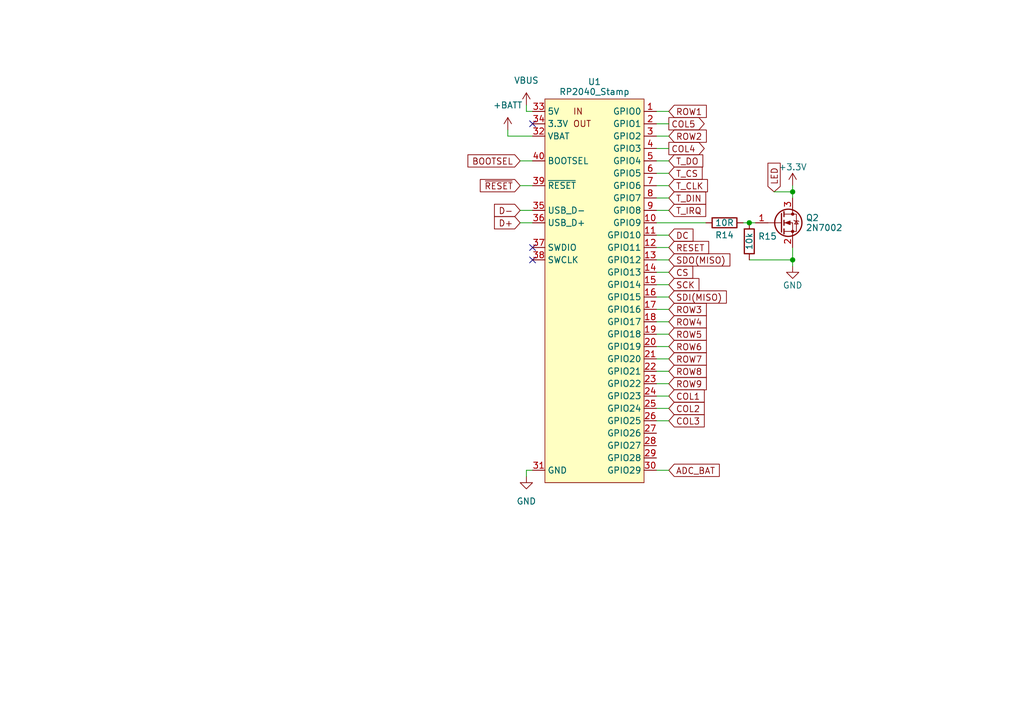
<source format=kicad_sch>
(kicad_sch (version 20230121) (generator eeschema)

  (uuid 24fbd605-d95a-4936-b42b-1523030567cf)

  (paper "A5")

  (title_block
    (title "Open Source Machinist Calculator")
    (rev "Draft")
  )

  (lib_symbols
    (symbol "Device:R" (pin_numbers hide) (pin_names (offset 0)) (in_bom yes) (on_board yes)
      (property "Reference" "R" (at 2.032 0 90)
        (effects (font (size 1.27 1.27)))
      )
      (property "Value" "R" (at 0 0 90)
        (effects (font (size 1.27 1.27)))
      )
      (property "Footprint" "" (at -1.778 0 90)
        (effects (font (size 1.27 1.27)) hide)
      )
      (property "Datasheet" "~" (at 0 0 0)
        (effects (font (size 1.27 1.27)) hide)
      )
      (property "ki_keywords" "R res resistor" (at 0 0 0)
        (effects (font (size 1.27 1.27)) hide)
      )
      (property "ki_description" "Resistor" (at 0 0 0)
        (effects (font (size 1.27 1.27)) hide)
      )
      (property "ki_fp_filters" "R_*" (at 0 0 0)
        (effects (font (size 1.27 1.27)) hide)
      )
      (symbol "R_0_1"
        (rectangle (start -1.016 -2.54) (end 1.016 2.54)
          (stroke (width 0.254) (type default))
          (fill (type none))
        )
      )
      (symbol "R_1_1"
        (pin passive line (at 0 3.81 270) (length 1.27)
          (name "~" (effects (font (size 1.27 1.27))))
          (number "1" (effects (font (size 1.27 1.27))))
        )
        (pin passive line (at 0 -3.81 90) (length 1.27)
          (name "~" (effects (font (size 1.27 1.27))))
          (number "2" (effects (font (size 1.27 1.27))))
        )
      )
    )
    (symbol "RP2040_Stamp:RP2040_Stamp" (in_bom yes) (on_board yes)
      (property "Reference" "U" (at 10.16 43.18 0)
        (effects (font (size 1.27 1.27)))
      )
      (property "Value" "RP2040_Stamp" (at 0 -38.1 0)
        (effects (font (size 1.27 1.27)))
      )
      (property "Footprint" "RP2040_Stamp:RP2040_Stamp_SMD" (at 0 -40.64 0)
        (effects (font (size 1.27 1.27)) hide)
      )
      (property "Datasheet" "" (at -33.02 41.91 0)
        (effects (font (size 1.27 1.27)) hide)
      )
      (symbol "RP2040_Stamp_0_0"
        (text "IN" (at -4.445 39.37 0)
          (effects (font (size 1.27 1.27)) (justify left))
        )
        (text "OUT" (at -4.445 36.83 0)
          (effects (font (size 1.27 1.27)) (justify left))
        )
        (pin bidirectional line (at 12.7 39.37 180) (length 2.54)
          (name "GPIO0" (effects (font (size 1.27 1.27))))
          (number "1" (effects (font (size 1.27 1.27))))
        )
        (pin bidirectional line (at 12.7 16.51 180) (length 2.54)
          (name "GPIO9" (effects (font (size 1.27 1.27))))
          (number "10" (effects (font (size 1.27 1.27))))
        )
        (pin bidirectional line (at 12.7 13.97 180) (length 2.54)
          (name "GPIO10" (effects (font (size 1.27 1.27))))
          (number "11" (effects (font (size 1.27 1.27))))
        )
        (pin bidirectional line (at 12.7 11.43 180) (length 2.54)
          (name "GPIO11" (effects (font (size 1.27 1.27))))
          (number "12" (effects (font (size 1.27 1.27))))
        )
        (pin bidirectional line (at 12.7 8.89 180) (length 2.54)
          (name "GPIO12" (effects (font (size 1.27 1.27))))
          (number "13" (effects (font (size 1.27 1.27))))
        )
        (pin bidirectional line (at 12.7 6.35 180) (length 2.54)
          (name "GPIO13" (effects (font (size 1.27 1.27))))
          (number "14" (effects (font (size 1.27 1.27))))
        )
        (pin bidirectional line (at 12.7 3.81 180) (length 2.54)
          (name "GPIO14" (effects (font (size 1.27 1.27))))
          (number "15" (effects (font (size 1.27 1.27))))
        )
        (pin bidirectional line (at 12.7 1.27 180) (length 2.54)
          (name "GPIO15" (effects (font (size 1.27 1.27))))
          (number "16" (effects (font (size 1.27 1.27))))
        )
        (pin bidirectional line (at 12.7 -1.27 180) (length 2.54)
          (name "GPIO16" (effects (font (size 1.27 1.27))))
          (number "17" (effects (font (size 1.27 1.27))))
        )
        (pin bidirectional line (at 12.7 -3.81 180) (length 2.54)
          (name "GPIO17" (effects (font (size 1.27 1.27))))
          (number "18" (effects (font (size 1.27 1.27))))
        )
        (pin bidirectional line (at 12.7 -6.35 180) (length 2.54)
          (name "GPIO18" (effects (font (size 1.27 1.27))))
          (number "19" (effects (font (size 1.27 1.27))))
        )
        (pin bidirectional line (at 12.7 36.83 180) (length 2.54)
          (name "GPIO1" (effects (font (size 1.27 1.27))))
          (number "2" (effects (font (size 1.27 1.27))))
        )
        (pin bidirectional line (at 12.7 -8.89 180) (length 2.54)
          (name "GPIO19" (effects (font (size 1.27 1.27))))
          (number "20" (effects (font (size 1.27 1.27))))
        )
        (pin bidirectional line (at 12.7 -11.43 180) (length 2.54)
          (name "GPIO20" (effects (font (size 1.27 1.27))))
          (number "21" (effects (font (size 1.27 1.27))))
        )
        (pin bidirectional line (at 12.7 -13.97 180) (length 2.54)
          (name "GPIO21" (effects (font (size 1.27 1.27))))
          (number "22" (effects (font (size 1.27 1.27))))
          (alternate "NEOPIXEL" output line)
        )
        (pin bidirectional line (at 12.7 -16.51 180) (length 2.54)
          (name "GPIO22" (effects (font (size 1.27 1.27))))
          (number "23" (effects (font (size 1.27 1.27))))
        )
        (pin bidirectional line (at 12.7 -19.05 180) (length 2.54)
          (name "GPIO23" (effects (font (size 1.27 1.27))))
          (number "24" (effects (font (size 1.27 1.27))))
        )
        (pin bidirectional line (at 12.7 -21.59 180) (length 2.54)
          (name "GPIO24" (effects (font (size 1.27 1.27))))
          (number "25" (effects (font (size 1.27 1.27))))
        )
        (pin bidirectional line (at 12.7 -24.13 180) (length 2.54)
          (name "GPIO25" (effects (font (size 1.27 1.27))))
          (number "26" (effects (font (size 1.27 1.27))))
        )
        (pin bidirectional line (at 12.7 -26.67 180) (length 2.54)
          (name "GPIO26" (effects (font (size 1.27 1.27))))
          (number "27" (effects (font (size 1.27 1.27))))
          (alternate "A0" input line)
        )
        (pin bidirectional line (at 12.7 -29.21 180) (length 2.54)
          (name "GPIO27" (effects (font (size 1.27 1.27))))
          (number "28" (effects (font (size 1.27 1.27))))
          (alternate "A1" input line)
        )
        (pin bidirectional line (at 12.7 -31.75 180) (length 2.54)
          (name "GPIO28" (effects (font (size 1.27 1.27))))
          (number "29" (effects (font (size 1.27 1.27))))
          (alternate "A2" input line)
        )
        (pin bidirectional line (at 12.7 34.29 180) (length 2.54)
          (name "GPIO2" (effects (font (size 1.27 1.27))))
          (number "3" (effects (font (size 1.27 1.27))))
        )
        (pin bidirectional line (at 12.7 -34.29 180) (length 2.54)
          (name "GPIO29" (effects (font (size 1.27 1.27))))
          (number "30" (effects (font (size 1.27 1.27))))
          (alternate "A3" input line)
        )
        (pin power_in line (at -12.7 -34.29 0) (length 2.54)
          (name "GND" (effects (font (size 1.27 1.27))))
          (number "31" (effects (font (size 1.27 1.27))))
        )
        (pin power_in line (at -12.7 34.29 0) (length 2.54)
          (name "VBAT" (effects (font (size 1.27 1.27))))
          (number "32" (effects (font (size 1.27 1.27))))
        )
        (pin power_in line (at -12.7 39.37 0) (length 2.54)
          (name "5V" (effects (font (size 1.27 1.27))))
          (number "33" (effects (font (size 1.27 1.27))))
        )
        (pin power_out line (at -12.7 36.83 0) (length 2.54)
          (name "3.3V" (effects (font (size 1.27 1.27))))
          (number "34" (effects (font (size 1.27 1.27))))
        )
        (pin bidirectional line (at -12.7 19.05 0) (length 2.54)
          (name "USB_D-" (effects (font (size 1.27 1.27))))
          (number "35" (effects (font (size 1.27 1.27))))
        )
        (pin bidirectional line (at -12.7 16.51 0) (length 2.54)
          (name "USB_D+" (effects (font (size 1.27 1.27))))
          (number "36" (effects (font (size 1.27 1.27))))
        )
        (pin bidirectional line (at -12.7 11.43 0) (length 2.54)
          (name "SWDIO" (effects (font (size 1.27 1.27))))
          (number "37" (effects (font (size 1.27 1.27))))
        )
        (pin input line (at -12.7 8.89 0) (length 2.54)
          (name "SWCLK" (effects (font (size 1.27 1.27))))
          (number "38" (effects (font (size 1.27 1.27))))
        )
        (pin bidirectional line (at -12.7 24.13 0) (length 2.54)
          (name "~{RESET}" (effects (font (size 1.27 1.27))))
          (number "39" (effects (font (size 1.27 1.27))))
        )
        (pin bidirectional line (at 12.7 31.75 180) (length 2.54)
          (name "GPIO3" (effects (font (size 1.27 1.27))))
          (number "4" (effects (font (size 1.27 1.27))))
        )
        (pin input line (at -12.7 29.21 0) (length 2.54)
          (name "BOOTSEL" (effects (font (size 1.27 1.27))))
          (number "40" (effects (font (size 1.27 1.27))))
        )
        (pin bidirectional line (at 12.7 29.21 180) (length 2.54)
          (name "GPIO4" (effects (font (size 1.27 1.27))))
          (number "5" (effects (font (size 1.27 1.27))))
        )
        (pin bidirectional line (at 12.7 26.67 180) (length 2.54)
          (name "GPIO5" (effects (font (size 1.27 1.27))))
          (number "6" (effects (font (size 1.27 1.27))))
        )
        (pin bidirectional line (at 12.7 24.13 180) (length 2.54)
          (name "GPIO6" (effects (font (size 1.27 1.27))))
          (number "7" (effects (font (size 1.27 1.27))))
        )
        (pin bidirectional line (at 12.7 21.59 180) (length 2.54)
          (name "GPIO7" (effects (font (size 1.27 1.27))))
          (number "8" (effects (font (size 1.27 1.27))))
        )
        (pin bidirectional line (at 12.7 19.05 180) (length 2.54)
          (name "GPIO8" (effects (font (size 1.27 1.27))))
          (number "9" (effects (font (size 1.27 1.27))))
        )
      )
      (symbol "RP2040_Stamp_0_1"
        (rectangle (start -10.16 41.91) (end 10.16 -36.83)
          (stroke (width 0.1524) (type default))
          (fill (type background))
        )
      )
    )
    (symbol "Transistor_FET:2N7002" (pin_names hide) (in_bom yes) (on_board yes)
      (property "Reference" "Q" (at 5.08 1.905 0)
        (effects (font (size 1.27 1.27)) (justify left))
      )
      (property "Value" "2N7002" (at 5.08 0 0)
        (effects (font (size 1.27 1.27)) (justify left))
      )
      (property "Footprint" "Package_TO_SOT_SMD:SOT-23" (at 5.08 -1.905 0)
        (effects (font (size 1.27 1.27) italic) (justify left) hide)
      )
      (property "Datasheet" "https://www.onsemi.com/pub/Collateral/NDS7002A-D.PDF" (at 0 0 0)
        (effects (font (size 1.27 1.27)) (justify left) hide)
      )
      (property "ki_keywords" "N-Channel Switching MOSFET" (at 0 0 0)
        (effects (font (size 1.27 1.27)) hide)
      )
      (property "ki_description" "0.115A Id, 60V Vds, N-Channel MOSFET, SOT-23" (at 0 0 0)
        (effects (font (size 1.27 1.27)) hide)
      )
      (property "ki_fp_filters" "SOT?23*" (at 0 0 0)
        (effects (font (size 1.27 1.27)) hide)
      )
      (symbol "2N7002_0_1"
        (polyline
          (pts
            (xy 0.254 0)
            (xy -2.54 0)
          )
          (stroke (width 0) (type default))
          (fill (type none))
        )
        (polyline
          (pts
            (xy 0.254 1.905)
            (xy 0.254 -1.905)
          )
          (stroke (width 0.254) (type default))
          (fill (type none))
        )
        (polyline
          (pts
            (xy 0.762 -1.27)
            (xy 0.762 -2.286)
          )
          (stroke (width 0.254) (type default))
          (fill (type none))
        )
        (polyline
          (pts
            (xy 0.762 0.508)
            (xy 0.762 -0.508)
          )
          (stroke (width 0.254) (type default))
          (fill (type none))
        )
        (polyline
          (pts
            (xy 0.762 2.286)
            (xy 0.762 1.27)
          )
          (stroke (width 0.254) (type default))
          (fill (type none))
        )
        (polyline
          (pts
            (xy 2.54 2.54)
            (xy 2.54 1.778)
          )
          (stroke (width 0) (type default))
          (fill (type none))
        )
        (polyline
          (pts
            (xy 2.54 -2.54)
            (xy 2.54 0)
            (xy 0.762 0)
          )
          (stroke (width 0) (type default))
          (fill (type none))
        )
        (polyline
          (pts
            (xy 0.762 -1.778)
            (xy 3.302 -1.778)
            (xy 3.302 1.778)
            (xy 0.762 1.778)
          )
          (stroke (width 0) (type default))
          (fill (type none))
        )
        (polyline
          (pts
            (xy 1.016 0)
            (xy 2.032 0.381)
            (xy 2.032 -0.381)
            (xy 1.016 0)
          )
          (stroke (width 0) (type default))
          (fill (type outline))
        )
        (polyline
          (pts
            (xy 2.794 0.508)
            (xy 2.921 0.381)
            (xy 3.683 0.381)
            (xy 3.81 0.254)
          )
          (stroke (width 0) (type default))
          (fill (type none))
        )
        (polyline
          (pts
            (xy 3.302 0.381)
            (xy 2.921 -0.254)
            (xy 3.683 -0.254)
            (xy 3.302 0.381)
          )
          (stroke (width 0) (type default))
          (fill (type none))
        )
        (circle (center 1.651 0) (radius 2.794)
          (stroke (width 0.254) (type default))
          (fill (type none))
        )
        (circle (center 2.54 -1.778) (radius 0.254)
          (stroke (width 0) (type default))
          (fill (type outline))
        )
        (circle (center 2.54 1.778) (radius 0.254)
          (stroke (width 0) (type default))
          (fill (type outline))
        )
      )
      (symbol "2N7002_1_1"
        (pin input line (at -5.08 0 0) (length 2.54)
          (name "G" (effects (font (size 1.27 1.27))))
          (number "1" (effects (font (size 1.27 1.27))))
        )
        (pin passive line (at 2.54 -5.08 90) (length 2.54)
          (name "S" (effects (font (size 1.27 1.27))))
          (number "2" (effects (font (size 1.27 1.27))))
        )
        (pin passive line (at 2.54 5.08 270) (length 2.54)
          (name "D" (effects (font (size 1.27 1.27))))
          (number "3" (effects (font (size 1.27 1.27))))
        )
      )
    )
    (symbol "power:+3.3V" (power) (pin_names (offset 0)) (in_bom yes) (on_board yes)
      (property "Reference" "#PWR" (at 0 -3.81 0)
        (effects (font (size 1.27 1.27)) hide)
      )
      (property "Value" "+3.3V" (at 0 3.556 0)
        (effects (font (size 1.27 1.27)))
      )
      (property "Footprint" "" (at 0 0 0)
        (effects (font (size 1.27 1.27)) hide)
      )
      (property "Datasheet" "" (at 0 0 0)
        (effects (font (size 1.27 1.27)) hide)
      )
      (property "ki_keywords" "global power" (at 0 0 0)
        (effects (font (size 1.27 1.27)) hide)
      )
      (property "ki_description" "Power symbol creates a global label with name \"+3.3V\"" (at 0 0 0)
        (effects (font (size 1.27 1.27)) hide)
      )
      (symbol "+3.3V_0_1"
        (polyline
          (pts
            (xy -0.762 1.27)
            (xy 0 2.54)
          )
          (stroke (width 0) (type default))
          (fill (type none))
        )
        (polyline
          (pts
            (xy 0 0)
            (xy 0 2.54)
          )
          (stroke (width 0) (type default))
          (fill (type none))
        )
        (polyline
          (pts
            (xy 0 2.54)
            (xy 0.762 1.27)
          )
          (stroke (width 0) (type default))
          (fill (type none))
        )
      )
      (symbol "+3.3V_1_1"
        (pin power_in line (at 0 0 90) (length 0) hide
          (name "+3.3V" (effects (font (size 1.27 1.27))))
          (number "1" (effects (font (size 1.27 1.27))))
        )
      )
    )
    (symbol "power:+BATT" (power) (pin_names (offset 0)) (in_bom yes) (on_board yes)
      (property "Reference" "#PWR" (at 0 -3.81 0)
        (effects (font (size 1.27 1.27)) hide)
      )
      (property "Value" "+BATT" (at 0 3.556 0)
        (effects (font (size 1.27 1.27)))
      )
      (property "Footprint" "" (at 0 0 0)
        (effects (font (size 1.27 1.27)) hide)
      )
      (property "Datasheet" "" (at 0 0 0)
        (effects (font (size 1.27 1.27)) hide)
      )
      (property "ki_keywords" "global power battery" (at 0 0 0)
        (effects (font (size 1.27 1.27)) hide)
      )
      (property "ki_description" "Power symbol creates a global label with name \"+BATT\"" (at 0 0 0)
        (effects (font (size 1.27 1.27)) hide)
      )
      (symbol "+BATT_0_1"
        (polyline
          (pts
            (xy -0.762 1.27)
            (xy 0 2.54)
          )
          (stroke (width 0) (type default))
          (fill (type none))
        )
        (polyline
          (pts
            (xy 0 0)
            (xy 0 2.54)
          )
          (stroke (width 0) (type default))
          (fill (type none))
        )
        (polyline
          (pts
            (xy 0 2.54)
            (xy 0.762 1.27)
          )
          (stroke (width 0) (type default))
          (fill (type none))
        )
      )
      (symbol "+BATT_1_1"
        (pin power_in line (at 0 0 90) (length 0) hide
          (name "+BATT" (effects (font (size 1.27 1.27))))
          (number "1" (effects (font (size 1.27 1.27))))
        )
      )
    )
    (symbol "power:GND" (power) (pin_names (offset 0)) (in_bom yes) (on_board yes)
      (property "Reference" "#PWR" (at 0 -6.35 0)
        (effects (font (size 1.27 1.27)) hide)
      )
      (property "Value" "GND" (at 0 -3.81 0)
        (effects (font (size 1.27 1.27)))
      )
      (property "Footprint" "" (at 0 0 0)
        (effects (font (size 1.27 1.27)) hide)
      )
      (property "Datasheet" "" (at 0 0 0)
        (effects (font (size 1.27 1.27)) hide)
      )
      (property "ki_keywords" "global power" (at 0 0 0)
        (effects (font (size 1.27 1.27)) hide)
      )
      (property "ki_description" "Power symbol creates a global label with name \"GND\" , ground" (at 0 0 0)
        (effects (font (size 1.27 1.27)) hide)
      )
      (symbol "GND_0_1"
        (polyline
          (pts
            (xy 0 0)
            (xy 0 -1.27)
            (xy 1.27 -1.27)
            (xy 0 -2.54)
            (xy -1.27 -1.27)
            (xy 0 -1.27)
          )
          (stroke (width 0) (type default))
          (fill (type none))
        )
      )
      (symbol "GND_1_1"
        (pin power_in line (at 0 0 270) (length 0) hide
          (name "GND" (effects (font (size 1.27 1.27))))
          (number "1" (effects (font (size 1.27 1.27))))
        )
      )
    )
    (symbol "power:VBUS" (power) (pin_names (offset 0)) (in_bom yes) (on_board yes)
      (property "Reference" "#PWR" (at 0 -3.81 0)
        (effects (font (size 1.27 1.27)) hide)
      )
      (property "Value" "VBUS" (at 0 3.81 0)
        (effects (font (size 1.27 1.27)))
      )
      (property "Footprint" "" (at 0 0 0)
        (effects (font (size 1.27 1.27)) hide)
      )
      (property "Datasheet" "" (at 0 0 0)
        (effects (font (size 1.27 1.27)) hide)
      )
      (property "ki_keywords" "global power" (at 0 0 0)
        (effects (font (size 1.27 1.27)) hide)
      )
      (property "ki_description" "Power symbol creates a global label with name \"VBUS\"" (at 0 0 0)
        (effects (font (size 1.27 1.27)) hide)
      )
      (symbol "VBUS_0_1"
        (polyline
          (pts
            (xy -0.762 1.27)
            (xy 0 2.54)
          )
          (stroke (width 0) (type default))
          (fill (type none))
        )
        (polyline
          (pts
            (xy 0 0)
            (xy 0 2.54)
          )
          (stroke (width 0) (type default))
          (fill (type none))
        )
        (polyline
          (pts
            (xy 0 2.54)
            (xy 0.762 1.27)
          )
          (stroke (width 0) (type default))
          (fill (type none))
        )
      )
      (symbol "VBUS_1_1"
        (pin power_in line (at 0 0 90) (length 0) hide
          (name "VBUS" (effects (font (size 1.27 1.27))))
          (number "1" (effects (font (size 1.27 1.27))))
        )
      )
    )
  )

  (junction (at 162.56 39.37) (diameter 0) (color 0 0 0 0)
    (uuid 3ab613e9-6a6e-45d4-8c14-9f9a3972ffba)
  )
  (junction (at 153.67 45.72) (diameter 0) (color 0 0 0 0)
    (uuid 61d232ba-8f4e-4d3f-962a-27eaf0514366)
  )
  (junction (at 162.56 53.34) (diameter 0) (color 0 0 0 0)
    (uuid 8506cc7a-6b59-44e1-b6c6-b6e1a9e1c7f0)
  )

  (no_connect (at 109.22 25.4) (uuid 3a444850-fcd6-4866-8f0a-9b3f980a31b0))
  (no_connect (at 109.22 53.34) (uuid 4519c7b4-7306-4a95-a58b-3b2a8ad276b5))
  (no_connect (at 109.22 50.8) (uuid c82190b8-904c-4823-a783-29fe4ac40e8b))

  (wire (pts (xy 134.62 76.2) (xy 137.16 76.2))
    (stroke (width 0) (type default))
    (uuid 018fea17-837a-4de6-b5a2-d4186bfdac1a)
  )
  (wire (pts (xy 106.68 33.02) (xy 109.22 33.02))
    (stroke (width 0) (type default))
    (uuid 050261bf-45ec-4bfa-a7ef-e43d28224326)
  )
  (wire (pts (xy 109.22 27.94) (xy 104.14 27.94))
    (stroke (width 0) (type default))
    (uuid 06fa97de-77aa-40f1-be79-84a91d535b5e)
  )
  (wire (pts (xy 134.62 96.52) (xy 137.16 96.52))
    (stroke (width 0) (type default))
    (uuid 0e8a2aac-7dd8-477d-b2f7-74028e52ea43)
  )
  (wire (pts (xy 134.62 48.26) (xy 137.16 48.26))
    (stroke (width 0) (type default))
    (uuid 1829ba98-2c7c-45ca-885a-48bce1048f72)
  )
  (wire (pts (xy 134.62 30.48) (xy 137.16 30.48))
    (stroke (width 0) (type default))
    (uuid 33b7c11f-1cfb-4406-b4af-47e84490800e)
  )
  (wire (pts (xy 162.56 39.37) (xy 158.75 39.37))
    (stroke (width 0) (type default))
    (uuid 34bf0223-bafe-4876-b048-c4cfd49d22a4)
  )
  (wire (pts (xy 109.22 96.52) (xy 107.95 96.52))
    (stroke (width 0) (type default))
    (uuid 3a36ac12-bb4d-4051-a5db-b6f1402feaf6)
  )
  (wire (pts (xy 134.62 68.58) (xy 137.16 68.58))
    (stroke (width 0) (type default))
    (uuid 4570454b-b054-415a-8812-9b02f1be21ba)
  )
  (wire (pts (xy 134.62 50.8) (xy 137.16 50.8))
    (stroke (width 0) (type default))
    (uuid 460db6f4-810c-4122-977c-832db8f07307)
  )
  (wire (pts (xy 134.62 38.1) (xy 137.16 38.1))
    (stroke (width 0) (type default))
    (uuid 4649dbf3-d6a3-4ae6-aac6-99025b89c070)
  )
  (wire (pts (xy 134.62 27.94) (xy 137.16 27.94))
    (stroke (width 0) (type default))
    (uuid 501dfa00-b326-4718-833c-1858c1c8cbba)
  )
  (wire (pts (xy 134.62 66.04) (xy 137.16 66.04))
    (stroke (width 0) (type default))
    (uuid 581350e4-edc3-4ac3-b55f-b2f263874309)
  )
  (wire (pts (xy 134.62 35.56) (xy 137.16 35.56))
    (stroke (width 0) (type default))
    (uuid 5b004c4e-2fd3-4532-8dec-b66cb4a16c72)
  )
  (wire (pts (xy 106.68 45.72) (xy 109.22 45.72))
    (stroke (width 0) (type default))
    (uuid 5f3f0bbc-08a4-41b0-8c4c-9c1da0db1659)
  )
  (wire (pts (xy 162.56 40.64) (xy 162.56 39.37))
    (stroke (width 0) (type default))
    (uuid 64479c95-ee38-4a31-815e-a38564486ac8)
  )
  (wire (pts (xy 162.56 53.34) (xy 153.67 53.34))
    (stroke (width 0) (type default))
    (uuid 675932d0-0973-4ff1-8901-808606d6af8c)
  )
  (wire (pts (xy 162.56 39.37) (xy 162.56 38.1))
    (stroke (width 0) (type default))
    (uuid 6eacedbe-1bd2-422b-a0c1-3a3ec2ae3f2c)
  )
  (wire (pts (xy 107.95 21.59) (xy 107.95 22.86))
    (stroke (width 0) (type default))
    (uuid 78e90993-4271-432f-bba2-8c4486bd30b3)
  )
  (wire (pts (xy 134.62 60.96) (xy 137.16 60.96))
    (stroke (width 0) (type default))
    (uuid 89c0e76d-4a35-4ece-ae37-0d249e70dc0e)
  )
  (wire (pts (xy 154.94 45.72) (xy 153.67 45.72))
    (stroke (width 0) (type default))
    (uuid 8c9d4e7c-7c90-4ae9-bad6-a7541e21e570)
  )
  (wire (pts (xy 104.14 27.94) (xy 104.14 26.67))
    (stroke (width 0) (type default))
    (uuid 8dfeed9f-b0ce-4b4d-92b2-ddffe085d573)
  )
  (wire (pts (xy 134.62 22.86) (xy 137.16 22.86))
    (stroke (width 0) (type default))
    (uuid 925025a5-60b4-4521-8856-0b5e1cb3c89f)
  )
  (wire (pts (xy 134.62 71.12) (xy 137.16 71.12))
    (stroke (width 0) (type default))
    (uuid 97877d44-0a0c-40f5-b10f-28f81615b079)
  )
  (wire (pts (xy 134.62 45.72) (xy 144.78 45.72))
    (stroke (width 0) (type default))
    (uuid 99e1888c-ba46-48dd-ac43-d53ea77e32eb)
  )
  (wire (pts (xy 134.62 83.82) (xy 137.16 83.82))
    (stroke (width 0) (type default))
    (uuid a955d1ff-20f4-4222-a2c0-fea7f61e7bc4)
  )
  (wire (pts (xy 134.62 86.36) (xy 137.16 86.36))
    (stroke (width 0) (type default))
    (uuid b452c751-d3ea-44b7-bce3-74fa3ce50cf0)
  )
  (wire (pts (xy 153.67 45.72) (xy 152.4 45.72))
    (stroke (width 0) (type default))
    (uuid b87dfa47-ac33-485d-acda-a5bc4b103db0)
  )
  (wire (pts (xy 134.62 58.42) (xy 137.16 58.42))
    (stroke (width 0) (type default))
    (uuid bbd61123-987e-430f-a633-aeab4047f61d)
  )
  (wire (pts (xy 134.62 55.88) (xy 137.16 55.88))
    (stroke (width 0) (type default))
    (uuid be439d2e-cfcd-4d28-a0a3-7ff1c0e1e1a4)
  )
  (wire (pts (xy 162.56 53.34) (xy 162.56 54.61))
    (stroke (width 0) (type default))
    (uuid c1134d9f-857d-470a-b03d-ee004e44c5d9)
  )
  (wire (pts (xy 106.68 38.1) (xy 109.22 38.1))
    (stroke (width 0) (type default))
    (uuid c24653db-3e37-4b36-a6ab-71d5daeb3b02)
  )
  (wire (pts (xy 134.62 53.34) (xy 137.16 53.34))
    (stroke (width 0) (type default))
    (uuid c5ada53e-0b3b-4b1c-8ec1-ae6ebb2d1732)
  )
  (wire (pts (xy 107.95 96.52) (xy 107.95 97.79))
    (stroke (width 0) (type default))
    (uuid c60cebe9-0471-4722-8d60-a74173218ee0)
  )
  (wire (pts (xy 134.62 63.5) (xy 137.16 63.5))
    (stroke (width 0) (type default))
    (uuid c7b34e19-314f-40e6-abbb-785c52770895)
  )
  (wire (pts (xy 134.62 73.66) (xy 137.16 73.66))
    (stroke (width 0) (type default))
    (uuid cc1cb173-c5b6-4ce8-bfaf-02b353a08dbf)
  )
  (wire (pts (xy 134.62 33.02) (xy 137.16 33.02))
    (stroke (width 0) (type default))
    (uuid d2141d89-a6a6-4483-a566-dfdf0ef1ada4)
  )
  (wire (pts (xy 134.62 43.18) (xy 137.16 43.18))
    (stroke (width 0) (type default))
    (uuid d6291ab5-ead9-4139-82cf-398e02eeb625)
  )
  (wire (pts (xy 134.62 40.64) (xy 137.16 40.64))
    (stroke (width 0) (type default))
    (uuid df726609-9ea6-45b4-bf3c-08e87a07d4fd)
  )
  (wire (pts (xy 106.68 43.18) (xy 109.22 43.18))
    (stroke (width 0) (type default))
    (uuid e05dc3d0-2b2d-4235-bbfd-f961a8586d13)
  )
  (wire (pts (xy 134.62 25.4) (xy 137.16 25.4))
    (stroke (width 0) (type default))
    (uuid ebff3565-c8b8-4af9-a90c-36503f6fcdd2)
  )
  (wire (pts (xy 134.62 78.74) (xy 137.16 78.74))
    (stroke (width 0) (type default))
    (uuid f4f3799d-2d79-4c70-aa06-7414cdb4b1b7)
  )
  (wire (pts (xy 107.95 22.86) (xy 109.22 22.86))
    (stroke (width 0) (type default))
    (uuid f50b3c4f-8d19-4efa-a3da-d190941f9267)
  )
  (wire (pts (xy 162.56 50.8) (xy 162.56 53.34))
    (stroke (width 0) (type default))
    (uuid f8b24940-4c08-4a41-b2fb-a0f9962f3a15)
  )
  (wire (pts (xy 134.62 81.28) (xy 137.16 81.28))
    (stroke (width 0) (type default))
    (uuid faeb7190-37e7-4bc8-90cf-a2c98089e5fe)
  )

  (global_label "T_DIN" (shape input) (at 137.16 40.64 0) (fields_autoplaced)
    (effects (font (size 1.27 1.27)) (justify left))
    (uuid 0aa77d86-b55d-4503-b82a-442b22ff647a)
    (property "Intersheetrefs" "${INTERSHEET_REFS}" (at 145.2063 40.64 0)
      (effects (font (size 1.27 1.27)) (justify left) hide)
    )
  )
  (global_label "BOOTSEL" (shape input) (at 106.68 33.02 180) (fields_autoplaced)
    (effects (font (size 1.27 1.27)) (justify right))
    (uuid 1567e82d-c46c-4a45-8710-8819fcdd75de)
    (property "Intersheetrefs" "${INTERSHEET_REFS}" (at 95.489 33.02 0)
      (effects (font (size 1.27 1.27)) (justify right) hide)
    )
  )
  (global_label "CS" (shape input) (at 137.16 55.88 0) (fields_autoplaced)
    (effects (font (size 1.27 1.27)) (justify left))
    (uuid 16d29a2b-be02-4ca4-be9d-e9fac42b6b31)
    (property "Intersheetrefs" "${INTERSHEET_REFS}" (at 142.5453 55.88 0)
      (effects (font (size 1.27 1.27)) (justify left) hide)
    )
  )
  (global_label "ROW9" (shape input) (at 137.16 78.74 0) (fields_autoplaced)
    (effects (font (size 1.27 1.27)) (justify left))
    (uuid 19a457fc-4af6-408b-8450-94f6a5fd9329)
    (property "Intersheetrefs" "${INTERSHEET_REFS}" (at 145.3272 78.74 0)
      (effects (font (size 1.27 1.27)) (justify left) hide)
    )
  )
  (global_label "RESET" (shape input) (at 137.16 50.8 0) (fields_autoplaced)
    (effects (font (size 1.27 1.27)) (justify left))
    (uuid 1bfc319d-54f7-4c10-985c-e2ab2a03aec0)
    (property "Intersheetrefs" "${INTERSHEET_REFS}" (at 145.8109 50.8 0)
      (effects (font (size 1.27 1.27)) (justify left) hide)
    )
  )
  (global_label "COL3" (shape input) (at 137.16 86.36 0) (fields_autoplaced)
    (effects (font (size 1.27 1.27)) (justify left))
    (uuid 2bbbf468-2a9b-4cab-86a0-50bf12360c5f)
    (property "Intersheetrefs" "${INTERSHEET_REFS}" (at 144.9039 86.36 0)
      (effects (font (size 1.27 1.27)) (justify left) hide)
    )
  )
  (global_label "ROW4" (shape input) (at 137.16 66.04 0) (fields_autoplaced)
    (effects (font (size 1.27 1.27)) (justify left))
    (uuid 39ff4cfe-5aa6-4755-8f58-c828255a73ef)
    (property "Intersheetrefs" "${INTERSHEET_REFS}" (at 145.3272 66.04 0)
      (effects (font (size 1.27 1.27)) (justify left) hide)
    )
  )
  (global_label "ROW2" (shape input) (at 137.16 27.94 0) (fields_autoplaced)
    (effects (font (size 1.27 1.27)) (justify left))
    (uuid 413ed275-bb65-4fa0-b553-1f3d4307e9f7)
    (property "Intersheetrefs" "${INTERSHEET_REFS}" (at 145.3272 27.94 0)
      (effects (font (size 1.27 1.27)) (justify left) hide)
    )
  )
  (global_label "T_IRQ" (shape input) (at 137.16 43.18 0) (fields_autoplaced)
    (effects (font (size 1.27 1.27)) (justify left))
    (uuid 4ec8e212-71ac-4e75-9867-90bf9e9479af)
    (property "Intersheetrefs" "${INTERSHEET_REFS}" (at 145.2063 43.18 0)
      (effects (font (size 1.27 1.27)) (justify left) hide)
    )
  )
  (global_label "SDI(MISO)" (shape input) (at 137.16 60.96 0) (fields_autoplaced)
    (effects (font (size 1.27 1.27)) (justify left))
    (uuid 56ae348d-a8a7-499b-98c4-58737109e5e4)
    (property "Intersheetrefs" "${INTERSHEET_REFS}" (at 149.4397 60.96 0)
      (effects (font (size 1.27 1.27)) (justify left) hide)
    )
  )
  (global_label "ROW5" (shape input) (at 137.16 68.58 0) (fields_autoplaced)
    (effects (font (size 1.27 1.27)) (justify left))
    (uuid 5cbce9d8-41a0-425b-8ab9-69c312ebc841)
    (property "Intersheetrefs" "${INTERSHEET_REFS}" (at 145.3272 68.58 0)
      (effects (font (size 1.27 1.27)) (justify left) hide)
    )
  )
  (global_label "T_CLK" (shape input) (at 137.16 38.1 0) (fields_autoplaced)
    (effects (font (size 1.27 1.27)) (justify left))
    (uuid 69940c93-3611-4664-bcf4-323647fff7a2)
    (property "Intersheetrefs" "${INTERSHEET_REFS}" (at 145.5691 38.1 0)
      (effects (font (size 1.27 1.27)) (justify left) hide)
    )
  )
  (global_label "T_CS" (shape input) (at 137.16 35.56 0) (fields_autoplaced)
    (effects (font (size 1.27 1.27)) (justify left))
    (uuid 6aacc047-90b9-4232-9fba-7fe41939ce40)
    (property "Intersheetrefs" "${INTERSHEET_REFS}" (at 144.4805 35.56 0)
      (effects (font (size 1.27 1.27)) (justify left) hide)
    )
  )
  (global_label "COL4" (shape output) (at 137.16 30.48 0) (fields_autoplaced)
    (effects (font (size 1.27 1.27)) (justify left))
    (uuid 732c9e52-0124-4391-8bbf-7e1f1c4e03ba)
    (property "Intersheetrefs" "${INTERSHEET_REFS}" (at 144.9039 30.48 0)
      (effects (font (size 1.27 1.27)) (justify left) hide)
    )
  )
  (global_label "ADC_BAT" (shape input) (at 137.16 96.52 0) (fields_autoplaced)
    (effects (font (size 1.27 1.27)) (justify left))
    (uuid 74b6d91c-1f77-490a-bb33-709ca9659ad1)
    (property "Intersheetrefs" "${INTERSHEET_REFS}" (at 147.9882 96.52 0)
      (effects (font (size 1.27 1.27)) (justify left) hide)
    )
  )
  (global_label "SDO(MISO)" (shape input) (at 137.16 53.34 0) (fields_autoplaced)
    (effects (font (size 1.27 1.27)) (justify left))
    (uuid 74f4c211-96ad-4dc6-b517-0324791a95a0)
    (property "Intersheetrefs" "${INTERSHEET_REFS}" (at 150.1654 53.34 0)
      (effects (font (size 1.27 1.27)) (justify left) hide)
    )
  )
  (global_label "ROW6" (shape input) (at 137.16 71.12 0) (fields_autoplaced)
    (effects (font (size 1.27 1.27)) (justify left))
    (uuid 7bb100c1-e96d-42f2-b106-685fd3b34ac8)
    (property "Intersheetrefs" "${INTERSHEET_REFS}" (at 145.3272 71.12 0)
      (effects (font (size 1.27 1.27)) (justify left) hide)
    )
  )
  (global_label "ROW3" (shape input) (at 137.16 63.5 0) (fields_autoplaced)
    (effects (font (size 1.27 1.27)) (justify left))
    (uuid 87ab2118-09ba-405a-a408-e08c9073b127)
    (property "Intersheetrefs" "${INTERSHEET_REFS}" (at 145.3272 63.5 0)
      (effects (font (size 1.27 1.27)) (justify left) hide)
    )
  )
  (global_label "COL1" (shape input) (at 137.16 81.28 0) (fields_autoplaced)
    (effects (font (size 1.27 1.27)) (justify left))
    (uuid 89093ce5-7e19-4f80-835c-c610a2b9478f)
    (property "Intersheetrefs" "${INTERSHEET_REFS}" (at 144.9039 81.28 0)
      (effects (font (size 1.27 1.27)) (justify left) hide)
    )
  )
  (global_label "ROW1" (shape input) (at 137.16 22.86 0) (fields_autoplaced)
    (effects (font (size 1.27 1.27)) (justify left))
    (uuid 8ed460fb-1bca-44b1-82a2-a4889dd3d813)
    (property "Intersheetrefs" "${INTERSHEET_REFS}" (at 145.3272 22.86 0)
      (effects (font (size 1.27 1.27)) (justify left) hide)
    )
  )
  (global_label "COL2" (shape input) (at 137.16 83.82 0) (fields_autoplaced)
    (effects (font (size 1.27 1.27)) (justify left))
    (uuid 8f3ad026-f465-4d7f-813a-d81d38cf400b)
    (property "Intersheetrefs" "${INTERSHEET_REFS}" (at 144.9039 83.82 0)
      (effects (font (size 1.27 1.27)) (justify left) hide)
    )
  )
  (global_label "~{RESET}" (shape input) (at 106.68 38.1 180) (fields_autoplaced)
    (effects (font (size 1.27 1.27)) (justify right))
    (uuid a00589c2-05d7-4197-8584-80a6ef83459b)
    (property "Intersheetrefs" "${INTERSHEET_REFS}" (at 98.0291 38.1 0)
      (effects (font (size 1.27 1.27)) (justify right) hide)
    )
  )
  (global_label "T_DO" (shape input) (at 137.16 33.02 0) (fields_autoplaced)
    (effects (font (size 1.27 1.27)) (justify left))
    (uuid a31353e0-29a2-46fd-90b0-16bfc31c5299)
    (property "Intersheetrefs" "${INTERSHEET_REFS}" (at 144.6015 33.02 0)
      (effects (font (size 1.27 1.27)) (justify left) hide)
    )
  )
  (global_label "COL5" (shape output) (at 137.16 25.4 0) (fields_autoplaced)
    (effects (font (size 1.27 1.27)) (justify left))
    (uuid bab8a532-b80b-4e4b-a8f0-e2385ebacf06)
    (property "Intersheetrefs" "${INTERSHEET_REFS}" (at 144.9039 25.4 0)
      (effects (font (size 1.27 1.27)) (justify left) hide)
    )
  )
  (global_label "SCK" (shape input) (at 137.16 58.42 0) (fields_autoplaced)
    (effects (font (size 1.27 1.27)) (justify left))
    (uuid bb03984c-b914-4d0c-9614-3cd45103d05c)
    (property "Intersheetrefs" "${INTERSHEET_REFS}" (at 143.8153 58.42 0)
      (effects (font (size 1.27 1.27)) (justify left) hide)
    )
  )
  (global_label "LED" (shape input) (at 158.75 39.37 90) (fields_autoplaced)
    (effects (font (size 1.27 1.27)) (justify left))
    (uuid c6deb47c-0855-4384-8e12-cc0ed3fcd79a)
    (property "Intersheetrefs" "${INTERSHEET_REFS}" (at 158.75 33.0171 90)
      (effects (font (size 1.27 1.27)) (justify right) hide)
    )
  )
  (global_label "ROW7" (shape input) (at 137.16 73.66 0) (fields_autoplaced)
    (effects (font (size 1.27 1.27)) (justify left))
    (uuid cb2543e2-9c2a-456a-9262-d2af589ed1c5)
    (property "Intersheetrefs" "${INTERSHEET_REFS}" (at 145.3272 73.66 0)
      (effects (font (size 1.27 1.27)) (justify left) hide)
    )
  )
  (global_label "D+" (shape input) (at 106.68 45.72 180) (fields_autoplaced)
    (effects (font (size 1.27 1.27)) (justify right))
    (uuid e0c59149-b108-49a1-afbe-494146df1aa2)
    (property "Intersheetrefs" "${INTERSHEET_REFS}" (at 100.9318 45.72 0)
      (effects (font (size 1.27 1.27)) (justify right) hide)
    )
  )
  (global_label "DC" (shape input) (at 137.16 48.26 0) (fields_autoplaced)
    (effects (font (size 1.27 1.27)) (justify left))
    (uuid ea28fee2-392b-4bf8-a94c-689d854462e9)
    (property "Intersheetrefs" "${INTERSHEET_REFS}" (at 142.6058 48.26 0)
      (effects (font (size 1.27 1.27)) (justify left) hide)
    )
  )
  (global_label "ROW8" (shape input) (at 137.16 76.2 0) (fields_autoplaced)
    (effects (font (size 1.27 1.27)) (justify left))
    (uuid eea09d32-583d-48cc-9303-e677253a337d)
    (property "Intersheetrefs" "${INTERSHEET_REFS}" (at 145.3272 76.2 0)
      (effects (font (size 1.27 1.27)) (justify left) hide)
    )
  )
  (global_label "D-" (shape input) (at 106.68 43.18 180) (fields_autoplaced)
    (effects (font (size 1.27 1.27)) (justify right))
    (uuid f128b6b2-35a5-4570-86fe-e53492c22744)
    (property "Intersheetrefs" "${INTERSHEET_REFS}" (at 100.9318 43.18 0)
      (effects (font (size 1.27 1.27)) (justify right) hide)
    )
  )

  (symbol (lib_id "Device:R") (at 148.59 45.72 270) (mirror x) (unit 1)
    (in_bom yes) (on_board yes) (dnp no)
    (uuid 1489983e-ccc1-41fb-968b-7853db955eb2)
    (property "Reference" "R14" (at 148.59 48.26 90)
      (effects (font (size 1.27 1.27)))
    )
    (property "Value" "10R" (at 148.59 45.72 90)
      (effects (font (size 1.27 1.27)))
    )
    (property "Footprint" "Resistor_SMD:R_0805_2012Metric_Pad1.20x1.40mm_HandSolder" (at 148.59 47.498 90)
      (effects (font (size 1.27 1.27)) hide)
    )
    (property "Datasheet" "~" (at 148.59 45.72 0)
      (effects (font (size 1.27 1.27)) hide)
    )
    (pin "1" (uuid 475083b8-0793-416c-b63b-721ec6a48cf9))
    (pin "2" (uuid 06d017e3-5d98-4de7-9ac4-d64f3c0b8b11))
    (instances
      (project "Open_Machinist_Calculator"
        (path "/35282355-b5fa-4a34-be75-817e69674e40/79adba30-dc84-4190-a461-22126463df87"
          (reference "R14") (unit 1)
        )
      )
    )
  )

  (symbol (lib_id "power:+3.3V") (at 162.56 38.1 0) (mirror y) (unit 1)
    (in_bom yes) (on_board yes) (dnp no) (fields_autoplaced)
    (uuid 25851146-aa17-4c03-b820-299c2f77fe91)
    (property "Reference" "#PWR010" (at 162.56 41.91 0)
      (effects (font (size 1.27 1.27)) hide)
    )
    (property "Value" "+3.3V" (at 162.56 34.29 0)
      (effects (font (size 1.27 1.27)))
    )
    (property "Footprint" "" (at 162.56 38.1 0)
      (effects (font (size 1.27 1.27)) hide)
    )
    (property "Datasheet" "" (at 162.56 38.1 0)
      (effects (font (size 1.27 1.27)) hide)
    )
    (pin "1" (uuid 5159b3aa-047d-48a1-a373-69b70ad23acc))
    (instances
      (project "Open_Machinist_Calculator"
        (path "/35282355-b5fa-4a34-be75-817e69674e40/79adba30-dc84-4190-a461-22126463df87"
          (reference "#PWR010") (unit 1)
        )
      )
    )
  )

  (symbol (lib_id "Transistor_FET:2N7002") (at 160.02 45.72 0) (unit 1)
    (in_bom yes) (on_board yes) (dnp no) (fields_autoplaced)
    (uuid 680a1d82-423d-499b-add4-fd85f7f1417f)
    (property "Reference" "Q2" (at 165.227 44.696 0)
      (effects (font (size 1.27 1.27)) (justify left))
    )
    (property "Value" "2N7002" (at 165.227 46.744 0)
      (effects (font (size 1.27 1.27)) (justify left))
    )
    (property "Footprint" "Package_TO_SOT_SMD:SOT-23" (at 165.1 47.625 0)
      (effects (font (size 1.27 1.27) italic) (justify left) hide)
    )
    (property "Datasheet" "https://www.onsemi.com/pub/Collateral/NDS7002A-D.PDF" (at 160.02 45.72 0)
      (effects (font (size 1.27 1.27)) (justify left) hide)
    )
    (pin "1" (uuid ebae86d0-34f2-4201-a28b-d4af416ee0b6))
    (pin "2" (uuid 4b3c41a9-90ed-435f-9c1e-61dec5741379))
    (pin "3" (uuid 4c82e052-144b-47c2-ae3d-c23ceaaa6896))
    (instances
      (project "Open_Machinist_Calculator"
        (path "/35282355-b5fa-4a34-be75-817e69674e40/79adba30-dc84-4190-a461-22126463df87"
          (reference "Q2") (unit 1)
        )
      )
    )
  )

  (symbol (lib_id "power:VBUS") (at 107.95 21.59 0) (unit 1)
    (in_bom yes) (on_board yes) (dnp no) (fields_autoplaced)
    (uuid 7be94d62-2239-438c-be50-8d8030072614)
    (property "Reference" "#PWR02" (at 107.95 25.4 0)
      (effects (font (size 1.27 1.27)) hide)
    )
    (property "Value" "VBUS" (at 107.95 16.51 0)
      (effects (font (size 1.27 1.27)))
    )
    (property "Footprint" "" (at 107.95 21.59 0)
      (effects (font (size 1.27 1.27)) hide)
    )
    (property "Datasheet" "" (at 107.95 21.59 0)
      (effects (font (size 1.27 1.27)) hide)
    )
    (pin "1" (uuid f3298d60-1e7b-4ba7-8d72-324549f5bd3a))
    (instances
      (project "Open_Machinist_Calculator"
        (path "/35282355-b5fa-4a34-be75-817e69674e40/924b7b90-51ea-41ef-a456-e7aa78256323"
          (reference "#PWR02") (unit 1)
        )
        (path "/35282355-b5fa-4a34-be75-817e69674e40/79adba30-dc84-4190-a461-22126463df87"
          (reference "#PWR012") (unit 1)
        )
      )
    )
  )

  (symbol (lib_id "power:GND") (at 162.56 54.61 0) (unit 1)
    (in_bom yes) (on_board yes) (dnp no) (fields_autoplaced)
    (uuid 960a7b08-e174-4f65-8567-928e04602ce9)
    (property "Reference" "#PWR08" (at 162.56 60.96 0)
      (effects (font (size 1.27 1.27)) hide)
    )
    (property "Value" "GND" (at 162.56 58.555 0)
      (effects (font (size 1.27 1.27)))
    )
    (property "Footprint" "" (at 162.56 54.61 0)
      (effects (font (size 1.27 1.27)) hide)
    )
    (property "Datasheet" "" (at 162.56 54.61 0)
      (effects (font (size 1.27 1.27)) hide)
    )
    (pin "1" (uuid e170ccac-b22f-4f96-a974-64a38822d99d))
    (instances
      (project "Open_Machinist_Calculator"
        (path "/35282355-b5fa-4a34-be75-817e69674e40/79adba30-dc84-4190-a461-22126463df87"
          (reference "#PWR08") (unit 1)
        )
      )
    )
  )

  (symbol (lib_id "power:GND") (at 107.95 97.79 0) (unit 1)
    (in_bom yes) (on_board yes) (dnp no) (fields_autoplaced)
    (uuid bdc522fb-1778-4946-abf1-5b7604c93079)
    (property "Reference" "#PWR04" (at 107.95 104.14 0)
      (effects (font (size 1.27 1.27)) hide)
    )
    (property "Value" "GND" (at 107.95 102.87 0)
      (effects (font (size 1.27 1.27)))
    )
    (property "Footprint" "" (at 107.95 97.79 0)
      (effects (font (size 1.27 1.27)) hide)
    )
    (property "Datasheet" "" (at 107.95 97.79 0)
      (effects (font (size 1.27 1.27)) hide)
    )
    (pin "1" (uuid d15c9132-ab08-4e33-8a49-ad3f2a863e16))
    (instances
      (project "Open_Machinist_Calculator"
        (path "/35282355-b5fa-4a34-be75-817e69674e40/79adba30-dc84-4190-a461-22126463df87"
          (reference "#PWR04") (unit 1)
        )
      )
    )
  )

  (symbol (lib_id "RP2040_Stamp:RP2040_Stamp") (at 121.92 62.23 0) (unit 1)
    (in_bom yes) (on_board yes) (dnp no) (fields_autoplaced)
    (uuid c8551b6a-7ca6-4867-93b3-0bb00e2426b8)
    (property "Reference" "U1" (at 121.92 16.7908 0)
      (effects (font (size 1.27 1.27)))
    )
    (property "Value" "RP2040_Stamp" (at 121.92 18.8388 0)
      (effects (font (size 1.27 1.27)))
    )
    (property "Footprint" "RP2040_Stamp:RP2040_Stamp_SMD" (at 121.92 102.87 0)
      (effects (font (size 1.27 1.27)) hide)
    )
    (property "Datasheet" "" (at 88.9 20.32 0)
      (effects (font (size 1.27 1.27)) hide)
    )
    (pin "1" (uuid b6f3d5a8-cf09-4ec6-9d27-8a0b966536a1))
    (pin "10" (uuid fab51091-e762-40a0-a841-ab3c3318b798))
    (pin "11" (uuid 25375917-e283-466a-afe4-377a37e9dc2d))
    (pin "12" (uuid 1daf5bc2-f17c-4020-9519-c97721646ff5))
    (pin "13" (uuid 2e31f071-46e8-42da-b308-993bf8a8feda))
    (pin "14" (uuid 2558e7b3-edf3-4c4c-950b-4a20f56197bc))
    (pin "15" (uuid bae1de9d-c9cc-44ed-8d09-6089b7c230a9))
    (pin "16" (uuid cd42dddb-bd32-4fcb-b29e-4a1a499fa871))
    (pin "17" (uuid 51e47166-b52f-4b94-b0a9-81b3660b3dba))
    (pin "18" (uuid a9407105-95dc-472b-a092-97d79c386db7))
    (pin "19" (uuid d5ade3b9-9780-4339-8faa-102650b47930))
    (pin "2" (uuid 730d109e-ad43-4766-a7d7-6c836d176b3c))
    (pin "20" (uuid d9062504-67aa-4a90-87b1-813ad8ec32d0))
    (pin "21" (uuid 1b2f7c74-5feb-4f62-99cc-5118ba82d399))
    (pin "22" (uuid b62e1644-04f7-4444-95f6-9f3b630ea9e5))
    (pin "23" (uuid 0a4ca399-eb89-4999-97c1-bed0458d12a4))
    (pin "24" (uuid 4098882c-9d1f-4f25-9f1d-f11b7d46161e))
    (pin "25" (uuid bc706e50-2d05-4a0f-92ba-926b1f3d5a31))
    (pin "26" (uuid d6c3a042-887c-4dee-b658-972c28aed8e1))
    (pin "27" (uuid dd83f473-f9fb-4e65-b77c-c289c62acb92))
    (pin "28" (uuid cb832fa3-1271-4a22-861d-e44630f28f9a))
    (pin "29" (uuid 8a77f010-6111-4382-bcc6-3a05d286f9e8))
    (pin "3" (uuid b80829b9-66ac-48a5-aea2-7ab3726d40bc))
    (pin "30" (uuid 954353bf-4765-4eb9-b940-53c6458b6df4))
    (pin "31" (uuid 3efe4a29-b2b1-477b-b0c4-ed94a2047a1d))
    (pin "32" (uuid 2f63982f-ea74-413b-8060-be86b7b389e6))
    (pin "33" (uuid 357e8b1f-ee7d-4e0c-939e-7060bb7be219))
    (pin "34" (uuid d3f23432-edb2-4c0d-87e4-ce1ccc2f9fe8))
    (pin "35" (uuid 451c94b6-5a6d-4b6f-9ad8-07b50fc0c67f))
    (pin "36" (uuid be27d5b7-aa7b-43e1-9441-4333eaf8e059))
    (pin "37" (uuid 88c31f6c-a569-4d44-a0d0-35ad53febd6a))
    (pin "38" (uuid 9cb00a8c-c40b-4da2-997a-00ac87da42a8))
    (pin "39" (uuid 02c4a396-9c57-456d-8540-113de2236005))
    (pin "4" (uuid e1051464-b3a5-41f0-acfd-5feb7d06c8f7))
    (pin "40" (uuid c777b8a8-5a49-4cba-887a-b536b7822c97))
    (pin "5" (uuid 8b62b871-c8e4-493a-9fbf-79f3aa0870f3))
    (pin "6" (uuid 95434a13-8fd2-4eb6-bbc3-0419d32584f8))
    (pin "7" (uuid d932d747-5b9f-43ef-84fa-6c3a77696311))
    (pin "8" (uuid 9d06e779-f4b5-42b4-b632-e63608a03ee7))
    (pin "9" (uuid 86342eee-e287-4f7b-8f22-b41bbcaeee00))
    (instances
      (project "Open_Machinist_Calculator"
        (path "/35282355-b5fa-4a34-be75-817e69674e40/79adba30-dc84-4190-a461-22126463df87"
          (reference "U1") (unit 1)
        )
      )
    )
  )

  (symbol (lib_id "Device:R") (at 153.67 49.53 180) (unit 1)
    (in_bom yes) (on_board yes) (dnp no)
    (uuid c9e578fe-eeb9-41e4-9587-e05469e4bc6f)
    (property "Reference" "R15" (at 155.448 48.506 0)
      (effects (font (size 1.27 1.27)) (justify right))
    )
    (property "Value" "10k" (at 153.67 49.53 90)
      (effects (font (size 1.27 1.27)))
    )
    (property "Footprint" "Resistor_SMD:R_0805_2012Metric_Pad1.20x1.40mm_HandSolder" (at 155.448 49.53 90)
      (effects (font (size 1.27 1.27)) hide)
    )
    (property "Datasheet" "~" (at 153.67 49.53 0)
      (effects (font (size 1.27 1.27)) hide)
    )
    (pin "1" (uuid 58a462d9-42e4-4403-92de-5a9caf39c3e7))
    (pin "2" (uuid f222b81d-a130-4647-abdc-8077c75a9a5e))
    (instances
      (project "Open_Machinist_Calculator"
        (path "/35282355-b5fa-4a34-be75-817e69674e40/79adba30-dc84-4190-a461-22126463df87"
          (reference "R15") (unit 1)
        )
      )
    )
  )

  (symbol (lib_id "power:+BATT") (at 104.14 26.67 0) (unit 1)
    (in_bom yes) (on_board yes) (dnp no) (fields_autoplaced)
    (uuid d041ff7b-9350-427c-845c-1643631b23e3)
    (property "Reference" "#PWR019" (at 104.14 30.48 0)
      (effects (font (size 1.27 1.27)) hide)
    )
    (property "Value" "+BATT" (at 104.14 21.59 0)
      (effects (font (size 1.27 1.27)))
    )
    (property "Footprint" "" (at 104.14 26.67 0)
      (effects (font (size 1.27 1.27)) hide)
    )
    (property "Datasheet" "" (at 104.14 26.67 0)
      (effects (font (size 1.27 1.27)) hide)
    )
    (pin "1" (uuid 6fd08ddf-caf2-4ed8-bc15-d08952295a96))
    (instances
      (project "Open_Machinist_Calculator"
        (path "/35282355-b5fa-4a34-be75-817e69674e40/3532e8c7-9d6a-4014-b778-e395ecbbcaef"
          (reference "#PWR019") (unit 1)
        )
        (path "/35282355-b5fa-4a34-be75-817e69674e40/79adba30-dc84-4190-a461-22126463df87"
          (reference "#PWR013") (unit 1)
        )
      )
    )
  )
)

</source>
